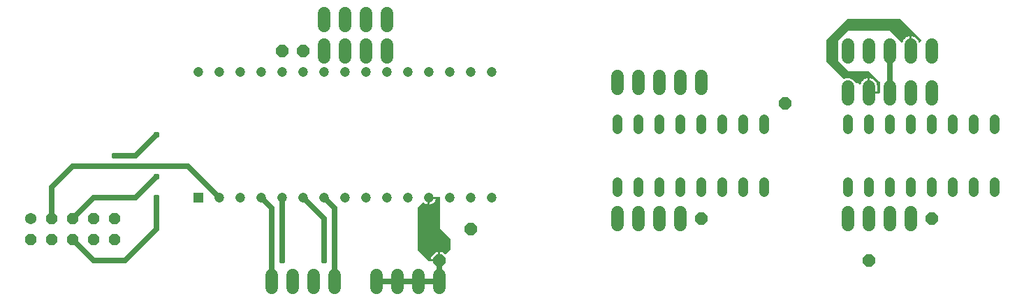
<source format=gbr>
G04 EAGLE Gerber RS-274X export*
G75*
%MOMM*%
%FSLAX34Y34*%
%LPD*%
%INBottom Copper*%
%IPPOS*%
%AMOC8*
5,1,8,0,0,1.08239X$1,22.5*%
G01*
%ADD10R,1.206400X1.206400*%
%ADD11C,1.206400*%
%ADD12C,1.219200*%
%ADD13C,1.524000*%
%ADD14C,1.371600*%
%ADD15P,1.484606X8X22.500000*%
%ADD16P,1.649562X8X22.500000*%
%ADD17C,0.635000*%
%ADD18C,0.787400*%

G36*
X1066820Y265942D02*
X1066820Y265942D01*
X1066839Y265940D01*
X1066941Y265962D01*
X1067043Y265979D01*
X1067060Y265988D01*
X1067080Y265992D01*
X1067169Y266045D01*
X1067260Y266094D01*
X1067274Y266108D01*
X1067291Y266118D01*
X1067358Y266197D01*
X1067430Y266272D01*
X1067438Y266290D01*
X1067451Y266305D01*
X1067490Y266401D01*
X1067533Y266495D01*
X1067535Y266515D01*
X1067543Y266533D01*
X1067561Y266700D01*
X1067561Y279400D01*
X1067547Y279490D01*
X1067539Y279581D01*
X1067527Y279611D01*
X1067522Y279643D01*
X1067479Y279723D01*
X1067443Y279807D01*
X1067417Y279839D01*
X1067406Y279860D01*
X1067383Y279882D01*
X1067338Y279938D01*
X1054638Y292638D01*
X1054564Y292691D01*
X1054495Y292751D01*
X1054465Y292763D01*
X1054439Y292782D01*
X1054352Y292809D01*
X1054267Y292843D01*
X1054226Y292847D01*
X1054203Y292854D01*
X1054171Y292853D01*
X1054100Y292861D01*
X1029015Y292861D01*
X1016761Y305115D01*
X1016761Y329885D01*
X1029015Y342139D01*
X1079185Y342139D01*
X1093825Y327498D01*
X1093887Y327454D01*
X1093942Y327403D01*
X1093986Y327383D01*
X1094025Y327355D01*
X1094097Y327332D01*
X1094166Y327301D01*
X1094214Y327296D01*
X1094260Y327282D01*
X1094336Y327284D01*
X1094411Y327277D01*
X1094458Y327287D01*
X1094506Y327289D01*
X1094577Y327315D01*
X1094651Y327331D01*
X1094692Y327356D01*
X1094737Y327373D01*
X1094796Y327420D01*
X1094861Y327460D01*
X1094891Y327497D01*
X1094929Y327527D01*
X1094970Y327590D01*
X1095018Y327648D01*
X1095045Y327707D01*
X1095062Y327734D01*
X1095068Y327759D01*
X1095088Y327801D01*
X1095484Y329020D01*
X1096210Y330445D01*
X1097150Y331739D01*
X1098281Y332870D01*
X1099575Y333810D01*
X1101000Y334536D01*
X1102521Y335031D01*
X1103377Y335166D01*
X1103377Y318262D01*
X1103380Y318242D01*
X1103378Y318223D01*
X1103400Y318121D01*
X1103417Y318019D01*
X1103426Y318002D01*
X1103430Y317982D01*
X1103483Y317893D01*
X1103532Y317802D01*
X1103546Y317788D01*
X1103556Y317771D01*
X1103635Y317704D01*
X1103710Y317633D01*
X1103728Y317624D01*
X1103743Y317611D01*
X1103839Y317573D01*
X1103933Y317529D01*
X1103953Y317527D01*
X1103971Y317519D01*
X1104138Y317501D01*
X1105662Y317501D01*
X1105682Y317504D01*
X1105701Y317502D01*
X1105803Y317524D01*
X1105905Y317541D01*
X1105922Y317550D01*
X1105942Y317554D01*
X1106031Y317607D01*
X1106122Y317656D01*
X1106136Y317670D01*
X1106153Y317680D01*
X1106220Y317759D01*
X1106291Y317834D01*
X1106300Y317852D01*
X1106313Y317867D01*
X1106352Y317963D01*
X1106395Y318057D01*
X1106397Y318077D01*
X1106405Y318095D01*
X1106423Y318262D01*
X1106423Y335166D01*
X1107279Y335031D01*
X1108800Y334536D01*
X1110225Y333810D01*
X1111519Y332870D01*
X1112650Y331739D01*
X1113590Y330445D01*
X1114316Y329020D01*
X1114712Y327801D01*
X1114747Y327734D01*
X1114773Y327663D01*
X1114803Y327625D01*
X1114825Y327583D01*
X1114879Y327530D01*
X1114927Y327471D01*
X1114967Y327445D01*
X1115002Y327411D01*
X1115070Y327379D01*
X1115134Y327338D01*
X1115180Y327326D01*
X1115224Y327305D01*
X1115299Y327296D01*
X1115372Y327278D01*
X1115420Y327282D01*
X1115468Y327276D01*
X1115542Y327291D01*
X1115617Y327297D01*
X1115662Y327316D01*
X1115709Y327326D01*
X1115774Y327364D01*
X1115844Y327393D01*
X1115894Y327434D01*
X1115921Y327450D01*
X1115938Y327469D01*
X1115975Y327498D01*
X1118138Y329662D01*
X1118150Y329678D01*
X1118165Y329690D01*
X1118222Y329778D01*
X1118282Y329861D01*
X1118288Y329880D01*
X1118298Y329897D01*
X1118324Y329998D01*
X1118354Y330097D01*
X1118354Y330116D01*
X1118359Y330136D01*
X1118351Y330239D01*
X1118348Y330342D01*
X1118341Y330361D01*
X1118339Y330381D01*
X1118299Y330476D01*
X1118263Y330573D01*
X1118251Y330589D01*
X1118243Y330607D01*
X1118138Y330738D01*
X1092738Y356138D01*
X1092664Y356191D01*
X1092595Y356251D01*
X1092565Y356263D01*
X1092539Y356282D01*
X1092452Y356309D01*
X1092367Y356343D01*
X1092326Y356347D01*
X1092303Y356354D01*
X1092271Y356353D01*
X1092200Y356361D01*
X1028700Y356361D01*
X1028610Y356347D01*
X1028519Y356339D01*
X1028489Y356327D01*
X1028457Y356322D01*
X1028377Y356279D01*
X1028293Y356243D01*
X1028261Y356217D01*
X1028240Y356206D01*
X1028218Y356183D01*
X1028162Y356138D01*
X1002762Y330738D01*
X1002709Y330664D01*
X1002649Y330595D01*
X1002637Y330565D01*
X1002618Y330539D01*
X1002591Y330452D01*
X1002557Y330367D01*
X1002553Y330326D01*
X1002546Y330303D01*
X1002547Y330271D01*
X1002539Y330200D01*
X1002539Y304800D01*
X1002554Y304710D01*
X1002561Y304619D01*
X1002573Y304589D01*
X1002579Y304557D01*
X1002621Y304477D01*
X1002657Y304393D01*
X1002683Y304361D01*
X1002694Y304340D01*
X1002717Y304318D01*
X1002762Y304262D01*
X1023395Y283629D01*
X1023489Y283561D01*
X1023583Y283491D01*
X1023589Y283489D01*
X1023594Y283485D01*
X1023705Y283451D01*
X1023817Y283415D01*
X1023823Y283415D01*
X1023829Y283413D01*
X1023946Y283416D01*
X1024063Y283417D01*
X1024070Y283419D01*
X1024075Y283419D01*
X1024093Y283426D01*
X1024224Y283464D01*
X1026679Y284481D01*
X1030721Y284481D01*
X1034456Y282934D01*
X1037314Y280076D01*
X1037714Y279109D01*
X1037776Y279009D01*
X1037836Y278909D01*
X1037841Y278905D01*
X1037844Y278900D01*
X1037935Y278825D01*
X1038023Y278749D01*
X1038029Y278747D01*
X1038033Y278743D01*
X1038142Y278701D01*
X1038251Y278657D01*
X1038258Y278656D01*
X1038263Y278655D01*
X1038281Y278654D01*
X1038418Y278639D01*
X1041085Y278639D01*
X1043025Y276698D01*
X1043087Y276654D01*
X1043142Y276603D01*
X1043186Y276583D01*
X1043225Y276555D01*
X1043297Y276532D01*
X1043366Y276501D01*
X1043414Y276496D01*
X1043460Y276482D01*
X1043536Y276484D01*
X1043611Y276477D01*
X1043658Y276487D01*
X1043706Y276489D01*
X1043777Y276515D01*
X1043851Y276531D01*
X1043892Y276556D01*
X1043937Y276573D01*
X1043996Y276620D01*
X1044061Y276660D01*
X1044091Y276697D01*
X1044129Y276727D01*
X1044170Y276790D01*
X1044218Y276848D01*
X1044245Y276907D01*
X1044262Y276934D01*
X1044268Y276959D01*
X1044288Y277001D01*
X1044684Y278220D01*
X1045410Y279645D01*
X1046350Y280939D01*
X1047481Y282070D01*
X1048775Y283010D01*
X1050200Y283736D01*
X1051721Y284231D01*
X1052577Y284366D01*
X1052577Y267462D01*
X1052580Y267442D01*
X1052578Y267423D01*
X1052600Y267321D01*
X1052617Y267219D01*
X1052626Y267202D01*
X1052630Y267182D01*
X1052683Y267093D01*
X1052732Y267002D01*
X1052746Y266988D01*
X1052756Y266971D01*
X1052835Y266904D01*
X1052910Y266833D01*
X1052928Y266824D01*
X1052943Y266811D01*
X1053039Y266773D01*
X1053133Y266729D01*
X1053153Y266727D01*
X1053171Y266719D01*
X1053338Y266701D01*
X1054101Y266701D01*
X1054101Y266700D01*
X1054104Y266680D01*
X1054102Y266661D01*
X1054124Y266559D01*
X1054141Y266457D01*
X1054150Y266440D01*
X1054154Y266420D01*
X1054207Y266331D01*
X1054256Y266240D01*
X1054270Y266226D01*
X1054280Y266209D01*
X1054359Y266142D01*
X1054434Y266071D01*
X1054452Y266062D01*
X1054467Y266049D01*
X1054563Y266010D01*
X1054657Y265967D01*
X1054677Y265965D01*
X1054695Y265957D01*
X1054862Y265939D01*
X1066800Y265939D01*
X1066820Y265942D01*
G37*
G36*
X532658Y62742D02*
X532658Y62742D01*
X532677Y62740D01*
X532779Y62762D01*
X532881Y62779D01*
X532898Y62788D01*
X532918Y62792D01*
X533007Y62845D01*
X533098Y62894D01*
X533112Y62908D01*
X533129Y62918D01*
X533196Y62997D01*
X533267Y63072D01*
X533276Y63090D01*
X533289Y63105D01*
X533327Y63201D01*
X533371Y63295D01*
X533373Y63315D01*
X533381Y63333D01*
X533399Y63500D01*
X533399Y63501D01*
X534162Y63501D01*
X534182Y63504D01*
X534201Y63502D01*
X534303Y63524D01*
X534405Y63541D01*
X534422Y63550D01*
X534442Y63554D01*
X534531Y63607D01*
X534622Y63656D01*
X534636Y63670D01*
X534653Y63680D01*
X534720Y63759D01*
X534791Y63834D01*
X534800Y63852D01*
X534813Y63867D01*
X534852Y63963D01*
X534895Y64057D01*
X534897Y64077D01*
X534905Y64095D01*
X534923Y64262D01*
X534923Y73661D01*
X537609Y73661D01*
X540585Y70685D01*
X540601Y70673D01*
X540613Y70658D01*
X540701Y70601D01*
X540784Y70541D01*
X540803Y70535D01*
X540820Y70525D01*
X540921Y70499D01*
X541020Y70469D01*
X541039Y70469D01*
X541059Y70464D01*
X541162Y70472D01*
X541265Y70475D01*
X541284Y70482D01*
X541304Y70484D01*
X541399Y70524D01*
X541496Y70560D01*
X541512Y70572D01*
X541530Y70580D01*
X541661Y70685D01*
X546638Y75662D01*
X546691Y75736D01*
X546751Y75805D01*
X546763Y75835D01*
X546782Y75861D01*
X546809Y75948D01*
X546843Y76033D01*
X546847Y76074D01*
X546854Y76097D01*
X546853Y76129D01*
X546861Y76200D01*
X546861Y88900D01*
X546847Y88990D01*
X546839Y89081D01*
X546827Y89111D01*
X546822Y89143D01*
X546779Y89223D01*
X546743Y89307D01*
X546717Y89339D01*
X546706Y89360D01*
X546683Y89382D01*
X546638Y89438D01*
X534161Y101915D01*
X534161Y139700D01*
X534158Y139720D01*
X534160Y139739D01*
X534138Y139841D01*
X534122Y139943D01*
X534112Y139960D01*
X534108Y139980D01*
X534055Y140069D01*
X534006Y140160D01*
X533992Y140174D01*
X533982Y140191D01*
X533903Y140258D01*
X533828Y140330D01*
X533810Y140338D01*
X533795Y140351D01*
X533699Y140390D01*
X533605Y140433D01*
X533585Y140435D01*
X533567Y140443D01*
X533400Y140461D01*
X521462Y140461D01*
X521442Y140458D01*
X521423Y140460D01*
X521321Y140438D01*
X521219Y140422D01*
X521202Y140412D01*
X521182Y140408D01*
X521093Y140355D01*
X521002Y140306D01*
X520988Y140292D01*
X520971Y140282D01*
X520904Y140203D01*
X520833Y140128D01*
X520824Y140110D01*
X520811Y140095D01*
X520773Y139999D01*
X520729Y139905D01*
X520727Y139885D01*
X520719Y139867D01*
X520701Y139700D01*
X520701Y139699D01*
X519938Y139699D01*
X519918Y139696D01*
X519899Y139698D01*
X519797Y139676D01*
X519695Y139659D01*
X519678Y139650D01*
X519658Y139646D01*
X519569Y139593D01*
X519478Y139544D01*
X519464Y139530D01*
X519447Y139520D01*
X519380Y139441D01*
X519309Y139366D01*
X519300Y139348D01*
X519287Y139333D01*
X519248Y139237D01*
X519205Y139143D01*
X519203Y139123D01*
X519195Y139105D01*
X519177Y138938D01*
X519177Y131262D01*
X518199Y131457D01*
X516639Y132103D01*
X515235Y133041D01*
X514638Y133638D01*
X514622Y133650D01*
X514610Y133665D01*
X514522Y133721D01*
X514438Y133782D01*
X514419Y133788D01*
X514403Y133798D01*
X514302Y133824D01*
X514203Y133854D01*
X514183Y133854D01*
X514164Y133858D01*
X514061Y133850D01*
X513957Y133848D01*
X513939Y133841D01*
X513919Y133839D01*
X513824Y133799D01*
X513726Y133763D01*
X513711Y133751D01*
X513693Y133743D01*
X513562Y133638D01*
X507462Y127538D01*
X507409Y127464D01*
X507349Y127395D01*
X507337Y127365D01*
X507318Y127339D01*
X507291Y127252D01*
X507257Y127167D01*
X507253Y127126D01*
X507246Y127103D01*
X507247Y127071D01*
X507239Y127000D01*
X507239Y76200D01*
X507254Y76110D01*
X507261Y76019D01*
X507273Y75989D01*
X507279Y75957D01*
X507321Y75877D01*
X507357Y75793D01*
X507383Y75761D01*
X507394Y75740D01*
X507417Y75718D01*
X507462Y75662D01*
X520162Y62962D01*
X520236Y62909D01*
X520305Y62849D01*
X520335Y62837D01*
X520361Y62818D01*
X520448Y62791D01*
X520533Y62757D01*
X520574Y62753D01*
X520597Y62746D01*
X520629Y62747D01*
X520700Y62739D01*
X532638Y62739D01*
X532658Y62742D01*
G37*
%LPC*%
G36*
X1055623Y268223D02*
X1055623Y268223D01*
X1055623Y284366D01*
X1056479Y284231D01*
X1058000Y283736D01*
X1059425Y283010D01*
X1060719Y282070D01*
X1061850Y280939D01*
X1062790Y279645D01*
X1063516Y278220D01*
X1064011Y276699D01*
X1064261Y275120D01*
X1064261Y268223D01*
X1055623Y268223D01*
G37*
%LPD*%
%LPC*%
G36*
X523239Y65023D02*
X523239Y65023D01*
X523239Y67709D01*
X529191Y73661D01*
X531877Y73661D01*
X531877Y65023D01*
X523239Y65023D01*
G37*
%LPD*%
%LPC*%
G36*
X522223Y138177D02*
X522223Y138177D01*
X529138Y138177D01*
X528943Y137199D01*
X528297Y135639D01*
X527359Y134235D01*
X526165Y133041D01*
X524761Y132103D01*
X523201Y131457D01*
X522223Y131262D01*
X522223Y138177D01*
G37*
%LPD*%
D10*
X241300Y139700D03*
D11*
X266700Y139700D03*
X292100Y139700D03*
X317500Y139700D03*
X342900Y139700D03*
X368300Y139700D03*
X393700Y139700D03*
X419100Y139700D03*
X444500Y139700D03*
X469900Y139700D03*
X495300Y139700D03*
X520700Y139700D03*
X546100Y139700D03*
X571500Y139700D03*
X596900Y139700D03*
X596900Y292100D03*
X571500Y292100D03*
X546100Y292100D03*
X520700Y292100D03*
X495300Y292100D03*
X469900Y292100D03*
X444500Y292100D03*
X419100Y292100D03*
X393700Y292100D03*
X368300Y292100D03*
X342900Y292100D03*
X317500Y292100D03*
X292100Y292100D03*
X266700Y292100D03*
X241300Y292100D03*
D12*
X749300Y158496D02*
X749300Y146304D01*
X774700Y146304D02*
X774700Y158496D01*
X901700Y158496D02*
X901700Y146304D01*
X927100Y146304D02*
X927100Y158496D01*
X800100Y158496D02*
X800100Y146304D01*
X825500Y146304D02*
X825500Y158496D01*
X876300Y158496D02*
X876300Y146304D01*
X850900Y146304D02*
X850900Y158496D01*
X927100Y222504D02*
X927100Y234696D01*
X901700Y234696D02*
X901700Y222504D01*
X876300Y222504D02*
X876300Y234696D01*
X850900Y234696D02*
X850900Y222504D01*
X825500Y222504D02*
X825500Y234696D01*
X800100Y234696D02*
X800100Y222504D01*
X774700Y222504D02*
X774700Y234696D01*
X749300Y234696D02*
X749300Y222504D01*
X1028700Y158496D02*
X1028700Y146304D01*
X1054100Y146304D02*
X1054100Y158496D01*
X1181100Y158496D02*
X1181100Y146304D01*
X1206500Y146304D02*
X1206500Y158496D01*
X1079500Y158496D02*
X1079500Y146304D01*
X1104900Y146304D02*
X1104900Y158496D01*
X1155700Y158496D02*
X1155700Y146304D01*
X1130300Y146304D02*
X1130300Y158496D01*
X1206500Y222504D02*
X1206500Y234696D01*
X1181100Y234696D02*
X1181100Y222504D01*
X1155700Y222504D02*
X1155700Y234696D01*
X1130300Y234696D02*
X1130300Y222504D01*
X1104900Y222504D02*
X1104900Y234696D01*
X1079500Y234696D02*
X1079500Y222504D01*
X1054100Y222504D02*
X1054100Y234696D01*
X1028700Y234696D02*
X1028700Y222504D01*
D13*
X749300Y271780D02*
X749300Y287020D01*
X774700Y287020D02*
X774700Y271780D01*
X800100Y271780D02*
X800100Y287020D01*
X825500Y287020D02*
X825500Y271780D01*
X850900Y271780D02*
X850900Y287020D01*
X1028700Y309880D02*
X1028700Y325120D01*
X1054100Y325120D02*
X1054100Y309880D01*
X1079500Y309880D02*
X1079500Y325120D01*
X1104900Y325120D02*
X1104900Y309880D01*
X1130300Y309880D02*
X1130300Y325120D01*
X1028700Y274320D02*
X1028700Y259080D01*
X1054100Y259080D02*
X1054100Y274320D01*
X1079500Y274320D02*
X1079500Y259080D01*
X1104900Y259080D02*
X1104900Y274320D01*
X1130300Y274320D02*
X1130300Y259080D01*
D14*
X38100Y114300D03*
D15*
X38100Y88900D03*
X63500Y114300D03*
X63500Y88900D03*
X88900Y114300D03*
X88900Y88900D03*
X114300Y114300D03*
X114300Y88900D03*
X139700Y114300D03*
X139700Y88900D03*
D13*
X393700Y347980D02*
X393700Y363220D01*
X419100Y363220D02*
X419100Y347980D01*
X444500Y347980D02*
X444500Y363220D01*
X469900Y363220D02*
X469900Y347980D01*
X393700Y325120D02*
X393700Y309880D01*
X419100Y309880D02*
X419100Y325120D01*
X444500Y325120D02*
X444500Y309880D01*
X469900Y309880D02*
X469900Y325120D01*
X749300Y121920D02*
X749300Y106680D01*
X774700Y106680D02*
X774700Y121920D01*
X800100Y121920D02*
X800100Y106680D01*
X825500Y106680D02*
X825500Y121920D01*
X1028700Y121920D02*
X1028700Y106680D01*
X1054100Y106680D02*
X1054100Y121920D01*
X1079500Y121920D02*
X1079500Y106680D01*
X1104900Y106680D02*
X1104900Y121920D01*
D16*
X368300Y317500D03*
X342900Y317500D03*
X850900Y114300D03*
X1054100Y63500D03*
X533400Y63500D03*
X571500Y101600D03*
X1130300Y114300D03*
X952500Y254000D03*
D13*
X330200Y45720D02*
X330200Y30480D01*
X355600Y30480D02*
X355600Y45720D01*
X381000Y45720D02*
X381000Y30480D01*
X406400Y30480D02*
X406400Y45720D01*
X457200Y45720D02*
X457200Y30480D01*
X482600Y30480D02*
X482600Y45720D01*
X508000Y45720D02*
X508000Y30480D01*
X533400Y30480D02*
X533400Y45720D01*
D17*
X330200Y38100D02*
X330200Y63500D01*
D18*
X330200Y63500D03*
D17*
X330200Y127000D01*
X317500Y139700D01*
X1079500Y266700D02*
X1079500Y317500D01*
D18*
X190500Y215900D03*
D17*
X165100Y190500D01*
X139700Y190500D01*
D18*
X139700Y190500D03*
X190500Y165100D03*
D17*
X165100Y139700D01*
X114300Y139700D02*
X88900Y114300D01*
X114300Y139700D02*
X165100Y139700D01*
X88900Y88900D02*
X114300Y63500D01*
X152400Y63500D01*
X190500Y101600D01*
X190500Y139700D01*
D18*
X190500Y139700D03*
D17*
X63500Y152400D02*
X63500Y114300D01*
X63500Y152400D02*
X88900Y177800D01*
X228600Y177800D02*
X266700Y139700D01*
X228600Y177800D02*
X88900Y177800D01*
D18*
X342900Y63500D03*
D17*
X342900Y139700D01*
D18*
X393700Y63500D03*
D17*
X393700Y114300D01*
X368300Y139700D01*
D18*
X406400Y63500D03*
D17*
X406400Y127000D01*
X393700Y139700D01*
X406400Y63500D02*
X406400Y38100D01*
X508000Y38100D02*
X533400Y38100D01*
X508000Y38100D02*
X482600Y38100D01*
X457200Y38100D01*
X533400Y38100D02*
X533400Y63500D01*
M02*

</source>
